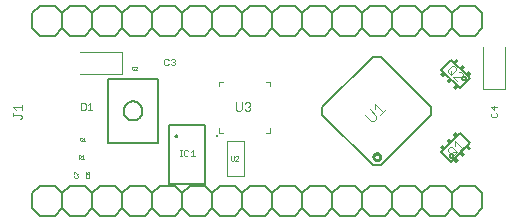
<source format=gbr>
G04 EAGLE Gerber RS-274X export*
G75*
%MOMM*%
%FSLAX34Y34*%
%LPD*%
%INSilkscreen Top*%
%IPPOS*%
%AMOC8*
5,1,8,0,0,1.08239X$1,22.5*%
G01*
%ADD10C,0.025400*%
%ADD11C,0.076200*%
%ADD12C,0.050800*%
%ADD13C,0.127000*%
%ADD14C,0.152400*%
%ADD15C,0.120000*%
%ADD16C,0.254000*%
%ADD17C,0.203200*%
%ADD18C,0.100000*%
%ADD19C,0.300000*%
%ADD20C,0.101600*%
%ADD21R,0.400000X0.300000*%


D10*
X61692Y34235D02*
X61226Y33769D01*
X61226Y32837D01*
X61692Y32370D01*
X63556Y32370D01*
X64022Y32837D01*
X64022Y33769D01*
X63556Y34235D01*
X61226Y35177D02*
X61226Y37041D01*
X61692Y37041D01*
X63556Y35177D01*
X64022Y35177D01*
X70976Y33769D02*
X71442Y34235D01*
X70976Y33769D02*
X70976Y32837D01*
X71442Y32370D01*
X73306Y32370D01*
X73772Y32837D01*
X73772Y33769D01*
X73306Y34235D01*
X70976Y35177D02*
X70976Y37041D01*
X70976Y35177D02*
X72374Y35177D01*
X71908Y36109D01*
X71908Y36575D01*
X72374Y37041D01*
X73306Y37041D01*
X73772Y36575D01*
X73772Y35643D01*
X73306Y35177D01*
D11*
X16483Y83026D02*
X15254Y81797D01*
X16483Y83026D02*
X16483Y84254D01*
X15254Y85483D01*
X9111Y85483D01*
X9111Y84254D02*
X9111Y86712D01*
X11568Y89281D02*
X9111Y91738D01*
X16483Y91738D01*
X16483Y89281D02*
X16483Y94196D01*
D12*
X66941Y95299D02*
X66941Y89706D01*
X69737Y89706D01*
X70669Y90638D01*
X70669Y94367D01*
X69737Y95299D01*
X66941Y95299D01*
X72554Y93435D02*
X74418Y95299D01*
X74418Y89706D01*
X72554Y89706D02*
X76282Y89706D01*
D10*
X111885Y125933D02*
X111419Y126399D01*
X110487Y126399D01*
X110020Y125933D01*
X110020Y124069D01*
X110487Y123603D01*
X111419Y123603D01*
X111885Y124069D01*
X112827Y123603D02*
X114691Y123603D01*
X112827Y123603D02*
X114691Y125467D01*
X114691Y125933D01*
X114225Y126399D01*
X113293Y126399D01*
X112827Y125933D01*
X67394Y66149D02*
X67860Y65683D01*
X67394Y66149D02*
X66462Y66149D01*
X65995Y65683D01*
X65995Y63819D01*
X66462Y63353D01*
X67394Y63353D01*
X67860Y63819D01*
X68802Y65217D02*
X69734Y66149D01*
X69734Y63353D01*
X68802Y63353D02*
X70666Y63353D01*
X64995Y51149D02*
X64995Y48353D01*
X64995Y51149D02*
X66394Y51149D01*
X66860Y50683D01*
X66860Y49751D01*
X66394Y49285D01*
X64995Y49285D01*
X65928Y49285D02*
X66860Y48353D01*
X67802Y50217D02*
X68734Y51149D01*
X68734Y48353D01*
X67802Y48353D02*
X69666Y48353D01*
D13*
X102900Y88900D02*
X102902Y89096D01*
X102910Y89293D01*
X102922Y89489D01*
X102939Y89684D01*
X102960Y89879D01*
X102987Y90074D01*
X103018Y90268D01*
X103054Y90461D01*
X103094Y90653D01*
X103140Y90844D01*
X103190Y91034D01*
X103244Y91222D01*
X103304Y91409D01*
X103368Y91595D01*
X103436Y91779D01*
X103509Y91961D01*
X103586Y92142D01*
X103668Y92320D01*
X103754Y92497D01*
X103845Y92671D01*
X103939Y92843D01*
X104038Y93013D01*
X104141Y93180D01*
X104248Y93345D01*
X104359Y93506D01*
X104474Y93666D01*
X104593Y93822D01*
X104716Y93975D01*
X104842Y94125D01*
X104972Y94272D01*
X105106Y94416D01*
X105243Y94557D01*
X105384Y94694D01*
X105528Y94828D01*
X105675Y94958D01*
X105825Y95084D01*
X105978Y95207D01*
X106134Y95326D01*
X106294Y95441D01*
X106455Y95552D01*
X106620Y95659D01*
X106787Y95762D01*
X106957Y95861D01*
X107129Y95955D01*
X107303Y96046D01*
X107480Y96132D01*
X107658Y96214D01*
X107839Y96291D01*
X108021Y96364D01*
X108205Y96432D01*
X108391Y96496D01*
X108578Y96556D01*
X108766Y96610D01*
X108956Y96660D01*
X109147Y96706D01*
X109339Y96746D01*
X109532Y96782D01*
X109726Y96813D01*
X109921Y96840D01*
X110116Y96861D01*
X110311Y96878D01*
X110507Y96890D01*
X110704Y96898D01*
X110900Y96900D01*
X111096Y96898D01*
X111293Y96890D01*
X111489Y96878D01*
X111684Y96861D01*
X111879Y96840D01*
X112074Y96813D01*
X112268Y96782D01*
X112461Y96746D01*
X112653Y96706D01*
X112844Y96660D01*
X113034Y96610D01*
X113222Y96556D01*
X113409Y96496D01*
X113595Y96432D01*
X113779Y96364D01*
X113961Y96291D01*
X114142Y96214D01*
X114320Y96132D01*
X114497Y96046D01*
X114671Y95955D01*
X114843Y95861D01*
X115013Y95762D01*
X115180Y95659D01*
X115345Y95552D01*
X115506Y95441D01*
X115666Y95326D01*
X115822Y95207D01*
X115975Y95084D01*
X116125Y94958D01*
X116272Y94828D01*
X116416Y94694D01*
X116557Y94557D01*
X116694Y94416D01*
X116828Y94272D01*
X116958Y94125D01*
X117084Y93975D01*
X117207Y93822D01*
X117326Y93666D01*
X117441Y93506D01*
X117552Y93345D01*
X117659Y93180D01*
X117762Y93013D01*
X117861Y92843D01*
X117955Y92671D01*
X118046Y92497D01*
X118132Y92320D01*
X118214Y92142D01*
X118291Y91961D01*
X118364Y91779D01*
X118432Y91595D01*
X118496Y91409D01*
X118556Y91222D01*
X118610Y91034D01*
X118660Y90844D01*
X118706Y90653D01*
X118746Y90461D01*
X118782Y90268D01*
X118813Y90074D01*
X118840Y89879D01*
X118861Y89684D01*
X118878Y89489D01*
X118890Y89293D01*
X118898Y89096D01*
X118900Y88900D01*
X118898Y88704D01*
X118890Y88507D01*
X118878Y88311D01*
X118861Y88116D01*
X118840Y87921D01*
X118813Y87726D01*
X118782Y87532D01*
X118746Y87339D01*
X118706Y87147D01*
X118660Y86956D01*
X118610Y86766D01*
X118556Y86578D01*
X118496Y86391D01*
X118432Y86205D01*
X118364Y86021D01*
X118291Y85839D01*
X118214Y85658D01*
X118132Y85480D01*
X118046Y85303D01*
X117955Y85129D01*
X117861Y84957D01*
X117762Y84787D01*
X117659Y84620D01*
X117552Y84455D01*
X117441Y84294D01*
X117326Y84134D01*
X117207Y83978D01*
X117084Y83825D01*
X116958Y83675D01*
X116828Y83528D01*
X116694Y83384D01*
X116557Y83243D01*
X116416Y83106D01*
X116272Y82972D01*
X116125Y82842D01*
X115975Y82716D01*
X115822Y82593D01*
X115666Y82474D01*
X115506Y82359D01*
X115345Y82248D01*
X115180Y82141D01*
X115013Y82038D01*
X114843Y81939D01*
X114671Y81845D01*
X114497Y81754D01*
X114320Y81668D01*
X114142Y81586D01*
X113961Y81509D01*
X113779Y81436D01*
X113595Y81368D01*
X113409Y81304D01*
X113222Y81244D01*
X113034Y81190D01*
X112844Y81140D01*
X112653Y81094D01*
X112461Y81054D01*
X112268Y81018D01*
X112074Y80987D01*
X111879Y80960D01*
X111684Y80939D01*
X111489Y80922D01*
X111293Y80910D01*
X111096Y80902D01*
X110900Y80900D01*
X110704Y80902D01*
X110507Y80910D01*
X110311Y80922D01*
X110116Y80939D01*
X109921Y80960D01*
X109726Y80987D01*
X109532Y81018D01*
X109339Y81054D01*
X109147Y81094D01*
X108956Y81140D01*
X108766Y81190D01*
X108578Y81244D01*
X108391Y81304D01*
X108205Y81368D01*
X108021Y81436D01*
X107839Y81509D01*
X107658Y81586D01*
X107480Y81668D01*
X107303Y81754D01*
X107129Y81845D01*
X106957Y81939D01*
X106787Y82038D01*
X106620Y82141D01*
X106455Y82248D01*
X106294Y82359D01*
X106134Y82474D01*
X105978Y82593D01*
X105825Y82716D01*
X105675Y82842D01*
X105528Y82972D01*
X105384Y83106D01*
X105243Y83243D01*
X105106Y83384D01*
X104972Y83528D01*
X104842Y83675D01*
X104716Y83825D01*
X104593Y83978D01*
X104474Y84134D01*
X104359Y84294D01*
X104248Y84455D01*
X104141Y84620D01*
X104038Y84787D01*
X103939Y84957D01*
X103845Y85129D01*
X103754Y85303D01*
X103668Y85480D01*
X103586Y85658D01*
X103509Y85839D01*
X103436Y86021D01*
X103368Y86205D01*
X103304Y86391D01*
X103244Y86578D01*
X103190Y86766D01*
X103140Y86956D01*
X103094Y87147D01*
X103054Y87339D01*
X103018Y87532D01*
X102987Y87726D01*
X102960Y87921D01*
X102939Y88116D01*
X102922Y88311D01*
X102910Y88507D01*
X102902Y88704D01*
X102900Y88900D01*
X89900Y61900D02*
X131900Y61900D01*
X131900Y115900D01*
X89900Y115900D01*
X89900Y61900D01*
D14*
X336550Y25400D02*
X349250Y25400D01*
X355600Y19050D01*
X355600Y6350D01*
X349250Y0D01*
X355600Y19050D02*
X361950Y25400D01*
X374650Y25400D01*
X381000Y19050D01*
X381000Y6350D01*
X374650Y0D01*
X361950Y0D01*
X355600Y6350D01*
X311150Y25400D02*
X304800Y19050D01*
X311150Y25400D02*
X323850Y25400D01*
X330200Y19050D01*
X330200Y6350D01*
X323850Y0D01*
X311150Y0D01*
X304800Y6350D01*
X330200Y19050D02*
X336550Y25400D01*
X330200Y6350D02*
X336550Y0D01*
X349250Y0D01*
X273050Y25400D02*
X260350Y25400D01*
X273050Y25400D02*
X279400Y19050D01*
X279400Y6350D01*
X273050Y0D01*
X279400Y19050D02*
X285750Y25400D01*
X298450Y25400D01*
X304800Y19050D01*
X304800Y6350D01*
X298450Y0D01*
X285750Y0D01*
X279400Y6350D01*
X234950Y25400D02*
X228600Y19050D01*
X234950Y25400D02*
X247650Y25400D01*
X254000Y19050D01*
X254000Y6350D01*
X247650Y0D01*
X234950Y0D01*
X228600Y6350D01*
X254000Y19050D02*
X260350Y25400D01*
X254000Y6350D02*
X260350Y0D01*
X273050Y0D01*
X196850Y25400D02*
X184150Y25400D01*
X196850Y25400D02*
X203200Y19050D01*
X203200Y6350D01*
X196850Y0D01*
X203200Y19050D02*
X209550Y25400D01*
X222250Y25400D01*
X228600Y19050D01*
X228600Y6350D01*
X222250Y0D01*
X209550Y0D01*
X203200Y6350D01*
X158750Y25400D02*
X152400Y19050D01*
X158750Y25400D02*
X171450Y25400D01*
X177800Y19050D01*
X177800Y6350D01*
X171450Y0D01*
X158750Y0D01*
X152400Y6350D01*
X177800Y19050D02*
X184150Y25400D01*
X177800Y6350D02*
X184150Y0D01*
X196850Y0D01*
X120650Y25400D02*
X107950Y25400D01*
X120650Y25400D02*
X127000Y19050D01*
X127000Y6350D01*
X120650Y0D01*
X127000Y19050D02*
X133350Y25400D01*
X146050Y25400D01*
X152400Y19050D01*
X152400Y6350D01*
X146050Y0D01*
X133350Y0D01*
X127000Y6350D01*
X82550Y25400D02*
X76200Y19050D01*
X82550Y25400D02*
X95250Y25400D01*
X101600Y19050D01*
X101600Y6350D01*
X95250Y0D01*
X82550Y0D01*
X76200Y6350D01*
X101600Y19050D02*
X107950Y25400D01*
X101600Y6350D02*
X107950Y0D01*
X120650Y0D01*
X44450Y25400D02*
X31750Y25400D01*
X44450Y25400D02*
X50800Y19050D01*
X50800Y6350D01*
X44450Y0D01*
X50800Y19050D02*
X57150Y25400D01*
X69850Y25400D01*
X76200Y19050D01*
X76200Y6350D01*
X69850Y0D01*
X57150Y0D01*
X50800Y6350D01*
X25400Y6350D02*
X25400Y19050D01*
X31750Y25400D01*
X25400Y6350D02*
X31750Y0D01*
X44450Y0D01*
X381000Y19050D02*
X387350Y25400D01*
X400050Y25400D01*
X406400Y19050D01*
X406400Y6350D01*
X400050Y0D01*
X387350Y0D01*
X381000Y6350D01*
D15*
X101400Y120000D02*
X66000Y120000D01*
X101400Y120000D02*
X101400Y139000D01*
X66000Y139000D01*
D13*
X146850Y67500D02*
X146852Y67550D01*
X146858Y67600D01*
X146868Y67650D01*
X146881Y67698D01*
X146898Y67746D01*
X146919Y67792D01*
X146943Y67836D01*
X146971Y67878D01*
X147002Y67918D01*
X147036Y67955D01*
X147073Y67990D01*
X147112Y68021D01*
X147153Y68050D01*
X147197Y68075D01*
X147243Y68097D01*
X147290Y68115D01*
X147338Y68129D01*
X147387Y68140D01*
X147437Y68147D01*
X147487Y68150D01*
X147538Y68149D01*
X147588Y68144D01*
X147638Y68135D01*
X147686Y68123D01*
X147734Y68106D01*
X147780Y68086D01*
X147825Y68063D01*
X147868Y68036D01*
X147908Y68006D01*
X147946Y67973D01*
X147981Y67937D01*
X148014Y67898D01*
X148043Y67857D01*
X148069Y67814D01*
X148092Y67769D01*
X148111Y67722D01*
X148126Y67674D01*
X148138Y67625D01*
X148146Y67575D01*
X148150Y67525D01*
X148150Y67475D01*
X148146Y67425D01*
X148138Y67375D01*
X148126Y67326D01*
X148111Y67278D01*
X148092Y67231D01*
X148069Y67186D01*
X148043Y67143D01*
X148014Y67102D01*
X147981Y67063D01*
X147946Y67027D01*
X147908Y66994D01*
X147868Y66964D01*
X147825Y66937D01*
X147780Y66914D01*
X147734Y66894D01*
X147686Y66877D01*
X147638Y66865D01*
X147588Y66856D01*
X147538Y66851D01*
X147487Y66850D01*
X147437Y66853D01*
X147387Y66860D01*
X147338Y66871D01*
X147290Y66885D01*
X147243Y66903D01*
X147197Y66925D01*
X147153Y66950D01*
X147112Y66979D01*
X147073Y67010D01*
X147036Y67045D01*
X147002Y67082D01*
X146971Y67122D01*
X146943Y67164D01*
X146919Y67208D01*
X146898Y67254D01*
X146881Y67302D01*
X146868Y67350D01*
X146858Y67400D01*
X146852Y67450D01*
X146850Y67500D01*
X141500Y77000D02*
X141500Y27000D01*
X171500Y27000D01*
X171500Y77000D01*
X141500Y77000D01*
D12*
X150254Y50254D02*
X152118Y50254D01*
X151186Y50254D02*
X151186Y55847D01*
X150254Y55847D02*
X152118Y55847D01*
X156792Y55847D02*
X157725Y54915D01*
X156792Y55847D02*
X154928Y55847D01*
X153996Y54915D01*
X153996Y51186D01*
X154928Y50254D01*
X156792Y50254D01*
X157725Y51186D01*
X159609Y53983D02*
X161473Y55847D01*
X161473Y50254D01*
X159609Y50254D02*
X163338Y50254D01*
X140994Y132167D02*
X140062Y133099D01*
X138198Y133099D01*
X137266Y132167D01*
X137266Y128438D01*
X138198Y127506D01*
X140062Y127506D01*
X140994Y128438D01*
X142879Y132167D02*
X143811Y133099D01*
X145675Y133099D01*
X146607Y132167D01*
X146607Y131235D01*
X145675Y130302D01*
X144743Y130302D01*
X145675Y130302D02*
X146607Y129370D01*
X146607Y128438D01*
X145675Y127506D01*
X143811Y127506D01*
X142879Y128438D01*
X413751Y86337D02*
X414683Y87269D01*
X413751Y86337D02*
X413751Y84473D01*
X414683Y83541D01*
X418412Y83541D01*
X419344Y84473D01*
X419344Y86337D01*
X418412Y87269D01*
X419344Y91950D02*
X413751Y91950D01*
X416548Y89154D01*
X416548Y92883D01*
D14*
X95250Y152400D02*
X82550Y152400D01*
X76200Y158750D01*
X76200Y171450D01*
X82550Y177800D01*
X76200Y158750D02*
X69850Y152400D01*
X57150Y152400D01*
X50800Y158750D01*
X50800Y171450D01*
X57150Y177800D01*
X69850Y177800D01*
X76200Y171450D01*
X120650Y152400D02*
X127000Y158750D01*
X120650Y152400D02*
X107950Y152400D01*
X101600Y158750D01*
X101600Y171450D01*
X107950Y177800D01*
X120650Y177800D01*
X127000Y171450D01*
X101600Y158750D02*
X95250Y152400D01*
X101600Y171450D02*
X95250Y177800D01*
X82550Y177800D01*
X158750Y152400D02*
X171450Y152400D01*
X158750Y152400D02*
X152400Y158750D01*
X152400Y171450D01*
X158750Y177800D01*
X152400Y158750D02*
X146050Y152400D01*
X133350Y152400D01*
X127000Y158750D01*
X127000Y171450D01*
X133350Y177800D01*
X146050Y177800D01*
X152400Y171450D01*
X196850Y152400D02*
X203200Y158750D01*
X196850Y152400D02*
X184150Y152400D01*
X177800Y158750D01*
X177800Y171450D01*
X184150Y177800D01*
X196850Y177800D01*
X203200Y171450D01*
X177800Y158750D02*
X171450Y152400D01*
X177800Y171450D02*
X171450Y177800D01*
X158750Y177800D01*
X234950Y152400D02*
X247650Y152400D01*
X234950Y152400D02*
X228600Y158750D01*
X228600Y171450D01*
X234950Y177800D01*
X228600Y158750D02*
X222250Y152400D01*
X209550Y152400D01*
X203200Y158750D01*
X203200Y171450D01*
X209550Y177800D01*
X222250Y177800D01*
X228600Y171450D01*
X273050Y152400D02*
X279400Y158750D01*
X273050Y152400D02*
X260350Y152400D01*
X254000Y158750D01*
X254000Y171450D01*
X260350Y177800D01*
X273050Y177800D01*
X279400Y171450D01*
X254000Y158750D02*
X247650Y152400D01*
X254000Y171450D02*
X247650Y177800D01*
X234950Y177800D01*
X311150Y152400D02*
X323850Y152400D01*
X311150Y152400D02*
X304800Y158750D01*
X304800Y171450D01*
X311150Y177800D01*
X304800Y158750D02*
X298450Y152400D01*
X285750Y152400D01*
X279400Y158750D01*
X279400Y171450D01*
X285750Y177800D01*
X298450Y177800D01*
X304800Y171450D01*
X349250Y152400D02*
X355600Y158750D01*
X349250Y152400D02*
X336550Y152400D01*
X330200Y158750D01*
X330200Y171450D01*
X336550Y177800D01*
X349250Y177800D01*
X355600Y171450D01*
X330200Y158750D02*
X323850Y152400D01*
X330200Y171450D02*
X323850Y177800D01*
X311150Y177800D01*
X387350Y152400D02*
X400050Y152400D01*
X387350Y152400D02*
X381000Y158750D01*
X381000Y171450D01*
X387350Y177800D01*
X381000Y158750D02*
X374650Y152400D01*
X361950Y152400D01*
X355600Y158750D01*
X355600Y171450D01*
X361950Y177800D01*
X374650Y177800D01*
X381000Y171450D01*
X406400Y171450D02*
X406400Y158750D01*
X400050Y152400D01*
X406400Y171450D02*
X400050Y177800D01*
X387350Y177800D01*
X50800Y158750D02*
X44450Y152400D01*
X31750Y152400D01*
X25400Y158750D01*
X25400Y171450D01*
X31750Y177800D01*
X44450Y177800D01*
X50800Y171450D01*
D16*
X314423Y50009D02*
X314425Y50115D01*
X314431Y50220D01*
X314441Y50326D01*
X314455Y50430D01*
X314472Y50535D01*
X314494Y50638D01*
X314519Y50741D01*
X314549Y50842D01*
X314582Y50943D01*
X314618Y51042D01*
X314659Y51139D01*
X314703Y51236D01*
X314751Y51330D01*
X314802Y51423D01*
X314856Y51513D01*
X314914Y51602D01*
X314975Y51688D01*
X315040Y51772D01*
X315107Y51853D01*
X315178Y51932D01*
X315251Y52008D01*
X315327Y52081D01*
X315406Y52152D01*
X315487Y52219D01*
X315571Y52284D01*
X315657Y52345D01*
X315746Y52403D01*
X315837Y52457D01*
X315929Y52508D01*
X316023Y52556D01*
X316120Y52600D01*
X316217Y52641D01*
X316316Y52677D01*
X316417Y52710D01*
X316518Y52740D01*
X316621Y52765D01*
X316724Y52787D01*
X316829Y52804D01*
X316933Y52818D01*
X317039Y52828D01*
X317144Y52834D01*
X317250Y52836D01*
X317356Y52834D01*
X317461Y52828D01*
X317567Y52818D01*
X317671Y52804D01*
X317776Y52787D01*
X317879Y52765D01*
X317982Y52740D01*
X318083Y52710D01*
X318184Y52677D01*
X318283Y52641D01*
X318380Y52600D01*
X318477Y52556D01*
X318571Y52508D01*
X318664Y52457D01*
X318754Y52403D01*
X318843Y52345D01*
X318929Y52284D01*
X319013Y52219D01*
X319094Y52152D01*
X319173Y52081D01*
X319249Y52008D01*
X319322Y51932D01*
X319393Y51853D01*
X319460Y51772D01*
X319525Y51688D01*
X319586Y51602D01*
X319644Y51513D01*
X319698Y51422D01*
X319749Y51330D01*
X319797Y51236D01*
X319841Y51139D01*
X319882Y51042D01*
X319918Y50943D01*
X319951Y50842D01*
X319981Y50741D01*
X320006Y50638D01*
X320028Y50535D01*
X320045Y50430D01*
X320059Y50326D01*
X320069Y50220D01*
X320075Y50115D01*
X320077Y50009D01*
X320075Y49903D01*
X320069Y49798D01*
X320059Y49692D01*
X320045Y49588D01*
X320028Y49483D01*
X320006Y49380D01*
X319981Y49277D01*
X319951Y49176D01*
X319918Y49075D01*
X319882Y48976D01*
X319841Y48879D01*
X319797Y48782D01*
X319749Y48688D01*
X319698Y48595D01*
X319644Y48505D01*
X319586Y48416D01*
X319525Y48330D01*
X319460Y48246D01*
X319393Y48165D01*
X319322Y48086D01*
X319249Y48010D01*
X319173Y47937D01*
X319094Y47866D01*
X319013Y47799D01*
X318929Y47734D01*
X318843Y47673D01*
X318754Y47615D01*
X318663Y47561D01*
X318571Y47510D01*
X318477Y47462D01*
X318380Y47418D01*
X318283Y47377D01*
X318184Y47341D01*
X318083Y47308D01*
X317982Y47278D01*
X317879Y47253D01*
X317776Y47231D01*
X317671Y47214D01*
X317567Y47200D01*
X317461Y47190D01*
X317356Y47184D01*
X317250Y47182D01*
X317144Y47184D01*
X317039Y47190D01*
X316933Y47200D01*
X316829Y47214D01*
X316724Y47231D01*
X316621Y47253D01*
X316518Y47278D01*
X316417Y47308D01*
X316316Y47341D01*
X316217Y47377D01*
X316120Y47418D01*
X316023Y47462D01*
X315929Y47510D01*
X315836Y47561D01*
X315746Y47615D01*
X315657Y47673D01*
X315571Y47734D01*
X315487Y47799D01*
X315406Y47866D01*
X315327Y47937D01*
X315251Y48010D01*
X315178Y48086D01*
X315107Y48165D01*
X315040Y48246D01*
X314975Y48330D01*
X314914Y48416D01*
X314856Y48505D01*
X314802Y48596D01*
X314751Y48688D01*
X314703Y48782D01*
X314659Y48879D01*
X314618Y48976D01*
X314582Y49075D01*
X314549Y49176D01*
X314519Y49277D01*
X314494Y49380D01*
X314472Y49483D01*
X314455Y49588D01*
X314441Y49692D01*
X314431Y49798D01*
X314425Y49903D01*
X314423Y50009D01*
D17*
X313714Y42938D02*
X320786Y42938D01*
X313714Y42938D02*
X271288Y85364D01*
X271288Y92436D01*
X313714Y134862D01*
X320786Y134862D01*
X363212Y92436D01*
X363212Y85364D01*
X320786Y42938D01*
D11*
X312600Y80103D02*
X307057Y85646D01*
X312600Y80103D02*
X314817Y80103D01*
X317034Y82320D01*
X317034Y84537D01*
X311491Y90080D01*
X315890Y90044D02*
X315890Y94478D01*
X322541Y87827D01*
X320324Y85610D02*
X324758Y90044D01*
D18*
X205125Y63000D02*
X205125Y34000D01*
X205125Y63000D02*
X190125Y63000D01*
X190125Y34000D01*
X205125Y34000D01*
D10*
X193885Y47356D02*
X193885Y50533D01*
X193885Y47356D02*
X194520Y46720D01*
X195792Y46720D01*
X196427Y47356D01*
X196427Y50533D01*
X197627Y46720D02*
X200169Y46720D01*
X197627Y46720D02*
X200169Y49262D01*
X200169Y49898D01*
X199534Y50533D01*
X198263Y50533D01*
X197627Y49898D01*
D19*
X182250Y67750D03*
D20*
X184000Y70500D02*
X187500Y70500D01*
X184000Y70500D02*
X184000Y74000D01*
X184000Y110000D02*
X184000Y113500D01*
X187500Y113500D01*
X223500Y113500D02*
X227000Y113500D01*
X227000Y110000D01*
X227000Y74000D02*
X227000Y70500D01*
X223500Y70500D01*
D11*
X197897Y90046D02*
X197897Y96189D01*
X197897Y90046D02*
X199126Y88817D01*
X201583Y88817D01*
X202812Y90046D01*
X202812Y96189D01*
X205381Y94961D02*
X206610Y96189D01*
X209067Y96189D01*
X210296Y94961D01*
X210296Y93732D01*
X209067Y92503D01*
X207838Y92503D01*
X209067Y92503D02*
X210296Y91274D01*
X210296Y90046D01*
X209067Y88817D01*
X206610Y88817D01*
X205381Y90046D01*
D13*
X387536Y69821D02*
X396021Y61336D01*
X380464Y45779D01*
X371979Y54264D01*
X387536Y69821D01*
D21*
G36*
X383647Y49667D02*
X386474Y46840D01*
X384353Y44719D01*
X381526Y47546D01*
X383647Y49667D01*
G37*
G36*
X388950Y54971D02*
X391777Y52144D01*
X389656Y50023D01*
X386829Y52850D01*
X388950Y54971D01*
G37*
G36*
X394254Y60274D02*
X397081Y57447D01*
X394960Y55326D01*
X392133Y58153D01*
X394254Y60274D01*
G37*
G36*
X383647Y70881D02*
X386474Y68054D01*
X384353Y65933D01*
X381526Y68760D01*
X383647Y70881D01*
G37*
G36*
X378344Y65577D02*
X381171Y62750D01*
X379050Y60629D01*
X376223Y63456D01*
X378344Y65577D01*
G37*
G36*
X373040Y60274D02*
X375867Y57447D01*
X373746Y55326D01*
X370919Y58153D01*
X373040Y60274D01*
G37*
D13*
X378964Y50729D02*
X378966Y50806D01*
X378972Y50883D01*
X378982Y50960D01*
X378996Y51036D01*
X379013Y51111D01*
X379035Y51185D01*
X379060Y51258D01*
X379090Y51330D01*
X379122Y51400D01*
X379159Y51468D01*
X379198Y51534D01*
X379241Y51598D01*
X379288Y51660D01*
X379337Y51719D01*
X379390Y51776D01*
X379445Y51830D01*
X379503Y51881D01*
X379564Y51929D01*
X379627Y51974D01*
X379692Y52015D01*
X379759Y52053D01*
X379828Y52088D01*
X379899Y52118D01*
X379971Y52146D01*
X380045Y52169D01*
X380119Y52189D01*
X380195Y52205D01*
X380271Y52217D01*
X380348Y52225D01*
X380425Y52229D01*
X380503Y52229D01*
X380580Y52225D01*
X380657Y52217D01*
X380733Y52205D01*
X380809Y52189D01*
X380883Y52169D01*
X380957Y52146D01*
X381029Y52118D01*
X381100Y52088D01*
X381169Y52053D01*
X381236Y52015D01*
X381301Y51974D01*
X381364Y51929D01*
X381425Y51881D01*
X381483Y51830D01*
X381538Y51776D01*
X381591Y51719D01*
X381640Y51660D01*
X381687Y51598D01*
X381730Y51534D01*
X381769Y51468D01*
X381806Y51400D01*
X381838Y51330D01*
X381868Y51258D01*
X381893Y51185D01*
X381915Y51111D01*
X381932Y51036D01*
X381946Y50960D01*
X381956Y50883D01*
X381962Y50806D01*
X381964Y50729D01*
X381962Y50652D01*
X381956Y50575D01*
X381946Y50498D01*
X381932Y50422D01*
X381915Y50347D01*
X381893Y50273D01*
X381868Y50200D01*
X381838Y50128D01*
X381806Y50058D01*
X381769Y49990D01*
X381730Y49924D01*
X381687Y49860D01*
X381640Y49798D01*
X381591Y49739D01*
X381538Y49682D01*
X381483Y49628D01*
X381425Y49577D01*
X381364Y49529D01*
X381301Y49484D01*
X381236Y49443D01*
X381169Y49405D01*
X381100Y49370D01*
X381029Y49340D01*
X380957Y49312D01*
X380883Y49289D01*
X380809Y49269D01*
X380733Y49253D01*
X380657Y49241D01*
X380580Y49233D01*
X380503Y49229D01*
X380425Y49229D01*
X380348Y49233D01*
X380271Y49241D01*
X380195Y49253D01*
X380119Y49269D01*
X380045Y49289D01*
X379971Y49312D01*
X379899Y49340D01*
X379828Y49370D01*
X379759Y49405D01*
X379692Y49443D01*
X379627Y49484D01*
X379564Y49529D01*
X379503Y49577D01*
X379445Y49628D01*
X379390Y49682D01*
X379337Y49739D01*
X379288Y49798D01*
X379241Y49860D01*
X379198Y49924D01*
X379159Y49990D01*
X379122Y50058D01*
X379090Y50128D01*
X379060Y50200D01*
X379035Y50273D01*
X379013Y50347D01*
X378996Y50422D01*
X378982Y50498D01*
X378972Y50575D01*
X378966Y50652D01*
X378964Y50729D01*
D11*
X381183Y51571D02*
X377708Y55047D01*
X377708Y56784D01*
X379445Y58522D01*
X381183Y58522D01*
X384658Y55047D01*
X384658Y53309D01*
X382921Y51571D01*
X381183Y51571D01*
X382052Y54178D02*
X385527Y54178D01*
X383869Y59470D02*
X383869Y62945D01*
X389082Y57732D01*
X387344Y55995D02*
X390819Y59470D01*
D13*
X371979Y123536D02*
X380464Y132021D01*
X396021Y116464D01*
X387536Y107979D01*
X371979Y123536D01*
D21*
G36*
X392133Y119647D02*
X394960Y122474D01*
X397081Y120353D01*
X394254Y117526D01*
X392133Y119647D01*
G37*
G36*
X386829Y124950D02*
X389656Y127777D01*
X391777Y125656D01*
X388950Y122829D01*
X386829Y124950D01*
G37*
G36*
X381526Y130254D02*
X384353Y133081D01*
X386474Y130960D01*
X383647Y128133D01*
X381526Y130254D01*
G37*
G36*
X370919Y119647D02*
X373746Y122474D01*
X375867Y120353D01*
X373040Y117526D01*
X370919Y119647D01*
G37*
G36*
X376223Y114344D02*
X379050Y117171D01*
X381171Y115050D01*
X378344Y112223D01*
X376223Y114344D01*
G37*
G36*
X381526Y109040D02*
X384353Y111867D01*
X386474Y109746D01*
X383647Y106919D01*
X381526Y109040D01*
G37*
D13*
X389571Y116464D02*
X389573Y116541D01*
X389579Y116618D01*
X389589Y116695D01*
X389603Y116771D01*
X389620Y116846D01*
X389642Y116920D01*
X389667Y116993D01*
X389697Y117065D01*
X389729Y117135D01*
X389766Y117203D01*
X389805Y117269D01*
X389848Y117333D01*
X389895Y117395D01*
X389944Y117454D01*
X389997Y117511D01*
X390052Y117565D01*
X390110Y117616D01*
X390171Y117664D01*
X390234Y117709D01*
X390299Y117750D01*
X390366Y117788D01*
X390435Y117823D01*
X390506Y117853D01*
X390578Y117881D01*
X390652Y117904D01*
X390726Y117924D01*
X390802Y117940D01*
X390878Y117952D01*
X390955Y117960D01*
X391032Y117964D01*
X391110Y117964D01*
X391187Y117960D01*
X391264Y117952D01*
X391340Y117940D01*
X391416Y117924D01*
X391490Y117904D01*
X391564Y117881D01*
X391636Y117853D01*
X391707Y117823D01*
X391776Y117788D01*
X391843Y117750D01*
X391908Y117709D01*
X391971Y117664D01*
X392032Y117616D01*
X392090Y117565D01*
X392145Y117511D01*
X392198Y117454D01*
X392247Y117395D01*
X392294Y117333D01*
X392337Y117269D01*
X392376Y117203D01*
X392413Y117135D01*
X392445Y117065D01*
X392475Y116993D01*
X392500Y116920D01*
X392522Y116846D01*
X392539Y116771D01*
X392553Y116695D01*
X392563Y116618D01*
X392569Y116541D01*
X392571Y116464D01*
X392569Y116387D01*
X392563Y116310D01*
X392553Y116233D01*
X392539Y116157D01*
X392522Y116082D01*
X392500Y116008D01*
X392475Y115935D01*
X392445Y115863D01*
X392413Y115793D01*
X392376Y115725D01*
X392337Y115659D01*
X392294Y115595D01*
X392247Y115533D01*
X392198Y115474D01*
X392145Y115417D01*
X392090Y115363D01*
X392032Y115312D01*
X391971Y115264D01*
X391908Y115219D01*
X391843Y115178D01*
X391776Y115140D01*
X391707Y115105D01*
X391636Y115075D01*
X391564Y115047D01*
X391490Y115024D01*
X391416Y115004D01*
X391340Y114988D01*
X391264Y114976D01*
X391187Y114968D01*
X391110Y114964D01*
X391032Y114964D01*
X390955Y114968D01*
X390878Y114976D01*
X390802Y114988D01*
X390726Y115004D01*
X390652Y115024D01*
X390578Y115047D01*
X390506Y115075D01*
X390435Y115105D01*
X390366Y115140D01*
X390299Y115178D01*
X390234Y115219D01*
X390171Y115264D01*
X390110Y115312D01*
X390052Y115363D01*
X389997Y115417D01*
X389944Y115474D01*
X389895Y115533D01*
X389848Y115595D01*
X389805Y115659D01*
X389766Y115725D01*
X389729Y115793D01*
X389697Y115863D01*
X389667Y115935D01*
X389642Y116008D01*
X389620Y116082D01*
X389603Y116157D01*
X389589Y116233D01*
X389579Y116310D01*
X389573Y116387D01*
X389571Y116464D01*
D11*
X381188Y127233D02*
X377712Y123758D01*
X381188Y127233D02*
X382925Y127233D01*
X384663Y125495D01*
X384663Y123758D01*
X381188Y120282D01*
X379450Y120282D01*
X377712Y122020D01*
X377712Y123758D01*
X380319Y122889D02*
X380319Y119413D01*
X382136Y117597D02*
X385611Y114121D01*
X382136Y117597D02*
X389086Y117597D01*
X389955Y118465D01*
X389955Y120203D01*
X388217Y121941D01*
X386480Y121941D01*
D15*
X407000Y107600D02*
X407000Y143000D01*
X407000Y107600D02*
X426000Y107600D01*
X426000Y143000D01*
M02*

</source>
